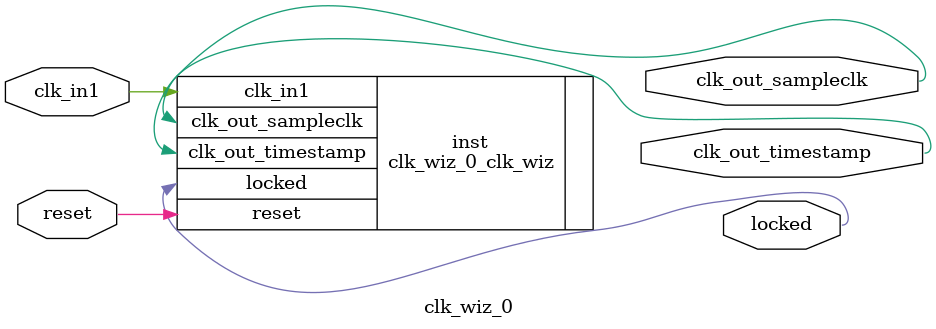
<source format=v>


`timescale 1ps/1ps

(* CORE_GENERATION_INFO = "clk_wiz_0,clk_wiz_v6_0_10_0_0,{component_name=clk_wiz_0,use_phase_alignment=true,use_min_o_jitter=false,use_max_i_jitter=false,use_dyn_phase_shift=false,use_inclk_switchover=false,use_dyn_reconfig=false,enable_axi=0,feedback_source=FDBK_AUTO,PRIMITIVE=MMCM,num_out_clk=2,clkin1_period=10.000,clkin2_period=10.000,use_power_down=false,use_reset=true,use_locked=true,use_inclk_stopped=false,feedback_type=SINGLE,CLOCK_MGR_TYPE=NA,manual_override=false}" *)

module clk_wiz_0 
 (
  // Clock out ports
  output        clk_out_sampleclk,
  output        clk_out_timestamp,
  // Status and control signals
  input         reset,
  output        locked,
 // Clock in ports
  input         clk_in1
 );

  clk_wiz_0_clk_wiz inst
  (
  // Clock out ports  
  .clk_out_sampleclk(clk_out_sampleclk),
  .clk_out_timestamp(clk_out_timestamp),
  // Status and control signals               
  .reset(reset), 
  .locked(locked),
 // Clock in ports
  .clk_in1(clk_in1)
  );

endmodule

</source>
